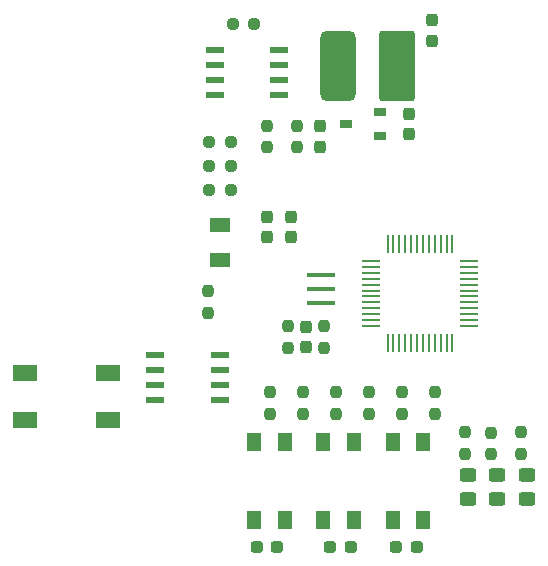
<source format=gtp>
G04 #@! TF.GenerationSoftware,KiCad,Pcbnew,8.0.8*
G04 #@! TF.CreationDate,2025-02-07T18:14:43+09:00*
G04 #@! TF.ProjectId,solenoid valve2020,736f6c65-6e6f-4696-9420-76616c766532,rev?*
G04 #@! TF.SameCoordinates,Original*
G04 #@! TF.FileFunction,Paste,Top*
G04 #@! TF.FilePolarity,Positive*
%FSLAX46Y46*%
G04 Gerber Fmt 4.6, Leading zero omitted, Abs format (unit mm)*
G04 Created by KiCad (PCBNEW 8.0.8) date 2025-02-07 18:14:43*
%MOMM*%
%LPD*%
G01*
G04 APERTURE LIST*
G04 Aperture macros list*
%AMRoundRect*
0 Rectangle with rounded corners*
0 $1 Rounding radius*
0 $2 $3 $4 $5 $6 $7 $8 $9 X,Y pos of 4 corners*
0 Add a 4 corners polygon primitive as box body*
4,1,4,$2,$3,$4,$5,$6,$7,$8,$9,$2,$3,0*
0 Add four circle primitives for the rounded corners*
1,1,$1+$1,$2,$3*
1,1,$1+$1,$4,$5*
1,1,$1+$1,$6,$7*
1,1,$1+$1,$8,$9*
0 Add four rect primitives between the rounded corners*
20,1,$1+$1,$2,$3,$4,$5,0*
20,1,$1+$1,$4,$5,$6,$7,0*
20,1,$1+$1,$6,$7,$8,$9,0*
20,1,$1+$1,$8,$9,$2,$3,0*%
G04 Aperture macros list end*
%ADD10R,1.050000X0.750000*%
%ADD11R,1.050000X0.800000*%
%ADD12RoundRect,0.237500X0.250000X0.237500X-0.250000X0.237500X-0.250000X-0.237500X0.250000X-0.237500X0*%
%ADD13RoundRect,0.237500X-0.237500X0.250000X-0.237500X-0.250000X0.237500X-0.250000X0.237500X0.250000X0*%
%ADD14R,2.000000X1.400000*%
%ADD15RoundRect,0.237500X-0.237500X0.300000X-0.237500X-0.300000X0.237500X-0.300000X0.237500X0.300000X0*%
%ADD16RoundRect,0.237500X-0.237500X0.287500X-0.237500X-0.287500X0.237500X-0.287500X0.237500X0.287500X0*%
%ADD17R,1.550000X0.600000*%
%ADD18RoundRect,0.250000X-0.450000X0.325000X-0.450000X-0.325000X0.450000X-0.325000X0.450000X0.325000X0*%
%ADD19RoundRect,0.237500X0.237500X-0.250000X0.237500X0.250000X-0.237500X0.250000X-0.237500X-0.250000X0*%
%ADD20R,1.200000X1.550000*%
%ADD21RoundRect,0.237500X-0.250000X-0.237500X0.250000X-0.237500X0.250000X0.237500X-0.250000X0.237500X0*%
%ADD22RoundRect,0.237500X0.237500X-0.300000X0.237500X0.300000X-0.237500X0.300000X-0.237500X-0.300000X0*%
%ADD23RoundRect,0.100000X-1.075000X0.100000X-1.075000X-0.100000X1.075000X-0.100000X1.075000X0.100000X0*%
%ADD24R,1.810000X1.160000*%
%ADD25RoundRect,0.237500X-0.287500X-0.237500X0.287500X-0.237500X0.287500X0.237500X-0.287500X0.237500X0*%
%ADD26R,1.560000X0.280000*%
%ADD27R,0.280000X1.560000*%
%ADD28RoundRect,0.250000X-1.250000X-2.750000X1.250000X-2.750000X1.250000X2.750000X-1.250000X2.750000X0*%
%ADD29RoundRect,0.576923X-0.923077X-2.423077X0.923077X-2.423077X0.923077X2.423077X-0.923077X2.423077X0*%
%ADD30R,1.520000X0.600000*%
G04 APERTURE END LIST*
D10*
G04 #@! TO.C,U7*
X82104000Y-61429000D03*
X82104000Y-59429000D03*
D11*
X79154000Y-60429000D03*
G04 #@! TD*
D12*
G04 #@! TO.C,R18*
X69412500Y-66000000D03*
X67587500Y-66000000D03*
G04 #@! TD*
D13*
G04 #@! TO.C,R21*
X75000000Y-60587500D03*
X75000000Y-62412500D03*
G04 #@! TD*
D14*
G04 #@! TO.C,SW1*
X59000000Y-85500000D03*
X52000000Y-85500000D03*
X59000000Y-81500000D03*
X52000000Y-81500000D03*
G04 #@! TD*
D15*
G04 #@! TO.C,C18*
X84500000Y-59566500D03*
X84500000Y-61291500D03*
G04 #@! TD*
D16*
G04 #@! TO.C,D8*
X86500000Y-51625000D03*
X86500000Y-53375000D03*
G04 #@! TD*
D17*
G04 #@! TO.C,U6*
X73500000Y-58000000D03*
X73500000Y-56730000D03*
X73500000Y-55460000D03*
X73500000Y-54190000D03*
X68100000Y-54190000D03*
X68100000Y-55460000D03*
X68100000Y-56730000D03*
X68100000Y-58000000D03*
G04 #@! TD*
D13*
G04 #@! TO.C,R14*
X91500000Y-86587500D03*
X91500000Y-88412500D03*
G04 #@! TD*
D18*
G04 #@! TO.C,D9*
X89500000Y-90147000D03*
X89500000Y-92197000D03*
G04 #@! TD*
D19*
G04 #@! TO.C,R16*
X77327000Y-79375500D03*
X77327000Y-77550500D03*
G04 #@! TD*
G04 #@! TO.C,R19*
X67500000Y-76412500D03*
X67500000Y-74587500D03*
G04 #@! TD*
D20*
G04 #@! TO.C,TLP172AM3*
X74025000Y-87332000D03*
X71425000Y-87357000D03*
X71425000Y-93957000D03*
X74025000Y-93957000D03*
G04 #@! TD*
D21*
G04 #@! TO.C,R4*
X67587500Y-64000000D03*
X69412500Y-64000000D03*
G04 #@! TD*
D13*
G04 #@! TO.C,R1*
X72755000Y-83138500D03*
X72755000Y-84963500D03*
G04 #@! TD*
G04 #@! TO.C,R5*
X81137000Y-83138500D03*
X81137000Y-84963500D03*
G04 #@! TD*
D20*
G04 #@! TO.C,TLP172AM1*
X79867000Y-87332000D03*
X77267000Y-87357000D03*
X77267000Y-93957000D03*
X79867000Y-93957000D03*
G04 #@! TD*
D15*
G04 #@! TO.C,C15*
X77000000Y-60637500D03*
X77000000Y-62362500D03*
G04 #@! TD*
D13*
G04 #@! TO.C,R15*
X94000000Y-86553000D03*
X94000000Y-88378000D03*
G04 #@! TD*
D22*
G04 #@! TO.C,C20*
X75803000Y-79325500D03*
X75803000Y-77600500D03*
G04 #@! TD*
D23*
G04 #@! TO.C,U$6*
X77102000Y-73199000D03*
X77102000Y-74399000D03*
X77102000Y-75599000D03*
G04 #@! TD*
D13*
G04 #@! TO.C,R13*
X89265000Y-86553000D03*
X89265000Y-88378000D03*
G04 #@! TD*
D18*
G04 #@! TO.C,D11*
X94500000Y-90147000D03*
X94500000Y-92197000D03*
G04 #@! TD*
D13*
G04 #@! TO.C,R6*
X86725000Y-83138500D03*
X86725000Y-84963500D03*
G04 #@! TD*
D24*
G04 #@! TO.C,F1*
X68500000Y-71975000D03*
X68500000Y-69025000D03*
G04 #@! TD*
D19*
G04 #@! TO.C,R17*
X74279000Y-79375500D03*
X74279000Y-77550500D03*
G04 #@! TD*
D25*
G04 #@! TO.C,D2*
X83451000Y-96243000D03*
X85201000Y-96243000D03*
G04 #@! TD*
D13*
G04 #@! TO.C,R2*
X75549000Y-83138500D03*
X75549000Y-84963500D03*
G04 #@! TD*
D15*
G04 #@! TO.C,C16*
X74500000Y-68275000D03*
X74500000Y-70000000D03*
G04 #@! TD*
D12*
G04 #@! TO.C,R20*
X69412500Y-62000000D03*
X67587500Y-62000000D03*
G04 #@! TD*
D26*
G04 #@! TO.C,STM32F103C8T6*
X81275000Y-72041000D03*
X81275000Y-72541000D03*
X81275000Y-73041000D03*
X81275000Y-73541000D03*
X81275000Y-74041000D03*
X81275000Y-74541000D03*
X81275000Y-75041000D03*
X81275000Y-75541000D03*
X81275000Y-76041000D03*
X81275000Y-76541000D03*
X81275000Y-77041000D03*
X81275000Y-77541000D03*
D27*
X82705000Y-78971000D03*
X83205000Y-78971000D03*
X83705000Y-78971000D03*
X84205000Y-78971000D03*
X84705000Y-78971000D03*
X85205000Y-78971000D03*
X85705000Y-78971000D03*
X86205000Y-78971000D03*
X86705000Y-78971000D03*
X87205000Y-78971000D03*
X87705000Y-78971000D03*
X88205000Y-78971000D03*
D26*
X89635000Y-77541000D03*
X89635000Y-77041000D03*
X89635000Y-76541000D03*
X89635000Y-76041000D03*
X89635000Y-75541000D03*
X89635000Y-75041000D03*
X89635000Y-74541000D03*
X89635000Y-74041000D03*
X89635000Y-73541000D03*
X89635000Y-73041000D03*
X89635000Y-72541000D03*
X89635000Y-72041000D03*
D27*
X88205000Y-70611000D03*
X87705000Y-70611000D03*
X87205000Y-70611000D03*
X86705000Y-70611000D03*
X86205000Y-70611000D03*
X85705000Y-70611000D03*
X85205000Y-70611000D03*
X84705000Y-70611000D03*
X84205000Y-70611000D03*
X83705000Y-70611000D03*
X83205000Y-70611000D03*
X82705000Y-70611000D03*
G04 #@! TD*
D13*
G04 #@! TO.C,R7*
X83931000Y-83138500D03*
X83931000Y-84963500D03*
G04 #@! TD*
D25*
G04 #@! TO.C,D1*
X77863000Y-96243000D03*
X79613000Y-96243000D03*
G04 #@! TD*
D18*
G04 #@! TO.C,D10*
X92000000Y-90147000D03*
X92000000Y-92197000D03*
G04 #@! TD*
D21*
G04 #@! TO.C,R23*
X69587500Y-52000000D03*
X71412500Y-52000000D03*
G04 #@! TD*
D22*
G04 #@! TO.C,C19*
X72500000Y-70000000D03*
X72500000Y-68275000D03*
G04 #@! TD*
D28*
G04 #@! TO.C,L1*
X83500000Y-55500000D03*
D29*
X78500000Y-55500000D03*
G04 #@! TD*
D30*
G04 #@! TO.C,U2*
X68500000Y-83770000D03*
X68500000Y-82500000D03*
X68500000Y-81230000D03*
X68500000Y-79960000D03*
X62980000Y-79960000D03*
X62980000Y-81230000D03*
X62980000Y-82500000D03*
X62980000Y-83770000D03*
G04 #@! TD*
D25*
G04 #@! TO.C,D0*
X71626000Y-96243000D03*
X73376000Y-96243000D03*
G04 #@! TD*
D13*
G04 #@! TO.C,R3*
X78343000Y-83138500D03*
X78343000Y-84963500D03*
G04 #@! TD*
D19*
G04 #@! TO.C,R22*
X72500000Y-62412500D03*
X72500000Y-60587500D03*
G04 #@! TD*
D20*
G04 #@! TO.C,TLP172AM2*
X85739000Y-87332000D03*
X83139000Y-87357000D03*
X83139000Y-93957000D03*
X85739000Y-93957000D03*
G04 #@! TD*
M02*

</source>
